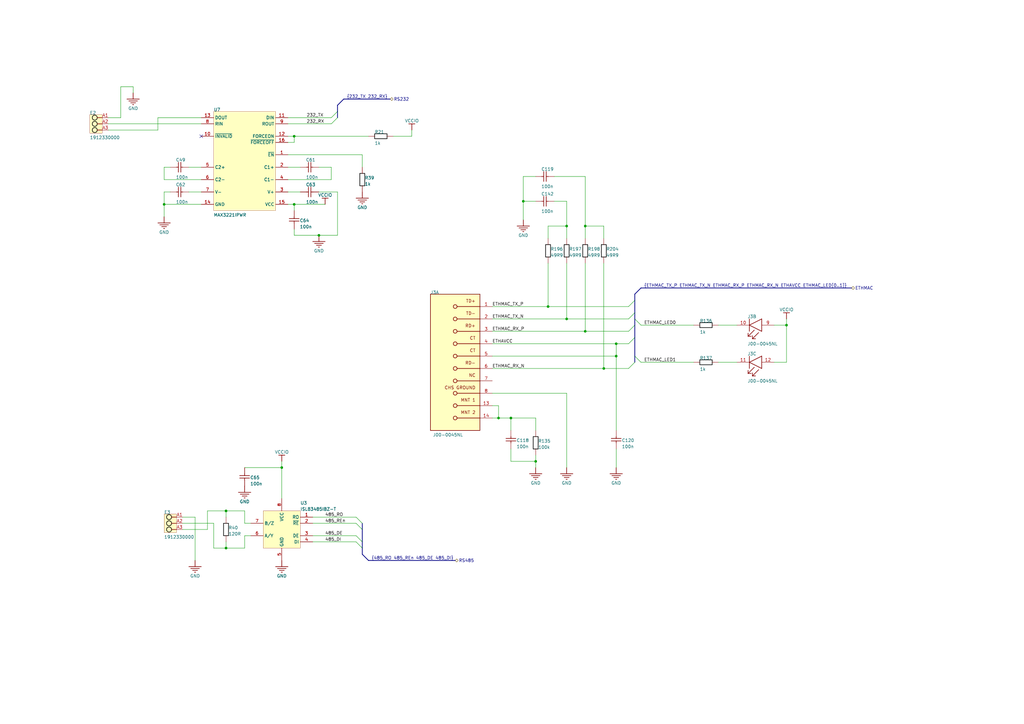
<source format=kicad_sch>
(kicad_sch (version 20231120) (generator "eeschema") (generator_version "8.0")
  (paper "A3")
  (title_block (title "<Enter Sheet Title>"))
  (lib_symbols
    (symbol "SONATA-ONE-symbols:GND_POWER_GROUND" (power)
      (property "Reference" "#PWR" (at 0 0 0))
      (property "Value" "GND" (at 0 6.35 0))
      (symbol "GND_POWER_GROUND_0_0"
        (polyline (pts (xy -2.54 -2.54) (xy 2.54 -2.54)) (stroke (width 0.254)))
        (polyline (pts (xy -1.778 -3.302) (xy 1.778 -3.302)) (stroke (width 0.254)))
        (polyline (pts (xy -1.016 -4.064) (xy 1.016 -4.064)) (stroke (width 0.254)))
        (polyline (pts (xy -0.254 -4.826) (xy 0.254 -4.826)) (stroke (width 0.254)))
        (polyline (pts (xy 0 0) (xy 0 -2.54)) (stroke (width 0.254)))
        (pin power_in line (at 0 0 0) (length 0) hide (name "GND") (number ""))
      )
    )
    (symbol "SONATA-ONE-symbols:VCCIO_BAR" (power)
      (property "Reference" "#PWR" (at 0 0 0))
      (property "Value" "VCCIO" (at 0 3.81 0))
      (symbol "VCCIO_BAR_0_0"
        (polyline (pts (xy -1.27 -2.54) (xy 1.27 -2.54)) (stroke (width 0.254)))
        (polyline (pts (xy 0 0) (xy 0 -2.54)) (stroke (width 0.254)))
        (pin power_in line (at 0 0 0) (length 0) hide (name "VCCIO") (number ""))
      )
    )
    (symbol "SONATA-ONE-symbols:root_0_9e414223d7443300137682b695b44b7"
      (symbol "root_0_9e414223d7443300137682b695b44b7_1_0"
        (circle (center -15.24 -45.72) (radius 0.762) (stroke (width 0.254)))
        (circle (center -15.24 -40.64) (radius 0.762) (stroke (width 0.254)))
        (circle (center -15.24 -35.56) (radius 0.762) (stroke (width 0.254)))
        (circle (center -15.24 -30.48) (radius 0.762) (stroke (width 0.254)))
        (circle (center -15.24 -25.4) (radius 0.762) (stroke (width 0.254)))
        (circle (center -15.24 -20.32) (radius 0.762) (stroke (width 0.254)))
        (circle (center -15.24 -15.24) (radius 0.762) (stroke (width 0.254)))
        (circle (center -15.24 -10.16) (radius 0.762) (stroke (width 0.254)))
        (circle (center -15.24 -5.08) (radius 0.762) (stroke (width 0.254)))
        (circle (center -15.24 0) (radius 0.762) (stroke (width 0.254)))
        (rectangle (start -5.08 5.08) (end -25.4 -50.8) (stroke (width 0.254) (color 128 0 0 1)) (fill (type background)))
        (polyline (pts (xy -14.478 -45.72) (xy -5.08 -45.72)) (stroke (width 0.254)))
        (polyline (pts (xy -14.478 -40.64) (xy -5.08 -40.64)) (stroke (width 0.254)))
        (polyline (pts (xy -14.478 -35.56) (xy -5.08 -35.56)) (stroke (width 0.254)))
        (polyline (pts (xy -14.478 -30.48) (xy -5.08 -30.48)) (stroke (width 0.254)))
        (polyline (pts (xy -14.478 -25.4) (xy -5.08 -25.4)) (stroke (width 0.254)))
        (polyline (pts (xy -14.478 -20.32) (xy -5.08 -20.32)) (stroke (width 0.254)))
        (polyline (pts (xy -14.478 -15.24) (xy -5.08 -15.24)) (stroke (width 0.254)))
        (polyline (pts (xy -14.478 -10.16) (xy -5.08 -10.16)) (stroke (width 0.254)))
        (polyline (pts (xy -14.478 -5.08) (xy -5.08 -5.08)) (stroke (width 0.254)))
        (polyline (pts (xy -14.478 0) (xy -5.08 0)) (stroke (width 0.254)))
        (text "CHS GROUND" (at -6.858 -32.512 0) (effects (font (size 1.27 1.27)) (justify right top)))
        (text "CT" (at -6.858 -17.272 0) (effects (font (size 1.27 1.27)) (justify right top)))
        (text "CT" (at -6.858 -12.192 0) (effects (font (size 1.27 1.27)) (justify right top)))
        (text "MNT 1" (at -6.858 -37.592 0) (effects (font (size 1.27 1.27)) (justify right top)))
        (text "MNT 2" (at -6.858 -42.672 0) (effects (font (size 1.27 1.27)) (justify right top)))
        (text "NC" (at -6.858 -27.432 0) (effects (font (size 1.27 1.27)) (justify right top)))
        (text "RD+" (at -6.858 -7.112 0) (effects (font (size 1.27 1.27)) (justify right top)))
        (text "RD-" (at -6.858 -22.352 0) (effects (font (size 1.27 1.27)) (justify right top)))
        (text "TD+" (at -6.858 3.048 0) (effects (font (size 1.27 1.27)) (justify right top)))
        (text "TD-" (at -6.858 -2.032 0) (effects (font (size 1.27 1.27)) (justify right top)))
        (pin passive line (at 0 0 180) (length 5.08) (name "TD+") (number "1"))
        (pin passive line (at 0 -40.64 180) (length 5.08) (name "MNT_1") (number "13"))
        (pin passive line (at 0 -45.72 180) (length 5.08) (name "MNT_2") (number "14"))
        (pin passive line (at 0 -5.08 180) (length 5.08) (name "TD-") (number "2"))
        (pin passive line (at 0 -10.16 180) (length 5.08) (name "RD+") (number "3"))
        (pin passive line (at 0 -15.24 180) (length 5.08) (name "CT") (number "4"))
        (pin passive line (at 0 -20.32 180) (length 5.08) (name "CT") (number "5"))
        (pin passive line (at 0 -25.4 180) (length 5.08) (name "RD-") (number "6"))
        (pin passive line (at 0 -30.48 180) (length 5.08) (name "NC") (number "7"))
        (pin passive line (at 0 -35.56 180) (length 5.08) (name "CHS_GROUND") (number "8"))
      )
      (symbol "root_0_9e414223d7443300137682b695b44b7_2_0"
        (polyline (pts (xy 5.08 -2.54) (xy 10.16 0)) (stroke (width 0.254)))
        (polyline (pts (xy 5.08 2.54) (xy 5.08 -2.54)) (stroke (width 0.254)))
        (polyline (pts (xy 5.08 2.54) (xy 10.16 0)) (stroke (width 0.254)))
        (polyline (pts (xy 6.35 3.048) (xy 8.89 5.588)) (stroke (width 0.254)))
        (polyline (pts (xy 8.128 2.032) (xy 10.668 4.572)) (stroke (width 0.254)))
        (polyline (pts (xy 8.89 5.588) (xy 7.62 5.588)) (stroke (width 0.254)))
        (polyline (pts (xy 8.89 5.588) (xy 8.89 4.318)) (stroke (width 0.254)))
        (polyline (pts (xy 10.16 2.54) (xy 10.16 -2.54)) (stroke (width 0.254)))
        (polyline (pts (xy 10.668 4.572) (xy 9.398 4.572)) (stroke (width 0.254)))
        (polyline (pts (xy 10.668 4.572) (xy 10.668 3.302)) (stroke (width 0.254)))
        (pin passive line (at 15.24 0 180) (length 5.08) (name "GREEN_C") (number "10"))
        (pin passive line (at 0 0 0) (length 5.08) (name "GREEN_A") (number "9"))
      )
      (symbol "root_0_9e414223d7443300137682b695b44b7_3_0"
        (polyline (pts (xy 5.08 -2.54) (xy 10.16 0)) (stroke (width 0.254)))
        (polyline (pts (xy 5.08 2.54) (xy 5.08 -2.54)) (stroke (width 0.254)))
        (polyline (pts (xy 5.08 2.54) (xy 10.16 0)) (stroke (width 0.254)))
        (polyline (pts (xy 6.35 3.048) (xy 8.89 5.588)) (stroke (width 0.254)))
        (polyline (pts (xy 8.128 2.032) (xy 10.668 4.572)) (stroke (width 0.254)))
        (polyline (pts (xy 8.89 5.588) (xy 7.62 5.588)) (stroke (width 0.254)))
        (polyline (pts (xy 8.89 5.588) (xy 8.89 4.318)) (stroke (width 0.254)))
        (polyline (pts (xy 10.16 2.54) (xy 10.16 -2.54)) (stroke (width 0.254)))
        (polyline (pts (xy 10.668 4.572) (xy 9.398 4.572)) (stroke (width 0.254)))
        (polyline (pts (xy 10.668 4.572) (xy 10.668 3.302)) (stroke (width 0.254)))
        (pin passive line (at 15.24 0 180) (length 5.08) (name "YELLOW_CATHODE") (number "11"))
        (pin passive line (at 0 0 0) (length 5.08) (name "YELLOW_ANODE") (number "12"))
      )
    )
    (symbol "SONATA-ONE-symbols:root_0_CAP"
      (symbol "root_0_CAP_1_0"
        (polyline (pts (xy -2.032 1.778) (xy 2.032 1.778)) (stroke (width 0.254)))
        (polyline (pts (xy 0 0) (xy 0 0.762)) (stroke (width 0.254)))
        (polyline (pts (xy 0 2.54) (xy 0 1.778)) (stroke (width 0.254)))
        (polyline (pts (xy 2.032 0.762) (xy -2.032 0.762)) (stroke (width 0.254)))
        (pin passive line (at 0 5.08 270) (length 2.54) (name "1") (number "1"))
        (pin passive line (at 0 -2.54 90) (length 2.54) (name "2") (number "2"))
      )
    )
    (symbol "SONATA-ONE-symbols:root_0_RES-EU"
      (symbol "root_0_RES-EU_1_0"
        (rectangle (start 1.016 2.54) (end -1.016 -2.54) (stroke (width 0.254) (color 0 0 0 1)))
        (pin passive line (at 0 5.08 270) (length 2.54) (name "1") (number "1"))
        (pin passive line (at 0 -5.08 90) (length 2.54) (name "2") (number "2"))
      )
    )
    (symbol "SONATA-ONE-symbols:root_0_Terminal_03_1x03_0"
      (symbol "root_0_Terminal_03_1x03_0_1_0"
        (circle (center -3.048 -5.08) (radius 1.016) (stroke (width 0.254) (color 0 0 0 1)))
        (circle (center -3.048 -2.54) (radius 1.016) (stroke (width 0.254) (color 0 0 0 1)))
        (circle (center -3.048 0) (radius 1.016) (stroke (width 0.254) (color 0 0 0 1)))
        (polyline (pts (xy 0 -5.08) (xy -2.032 -5.08)) (stroke (width 0.254)))
        (polyline (pts (xy 0 -2.54) (xy -2.032 -2.54)) (stroke (width 0.254)))
        (polyline (pts (xy 0 0) (xy -2.032 0)) (stroke (width 0.254)))
        (rectangle (start 0 1.27) (end -5.08 -6.35) (stroke (width 0.0254) (color 128 0 0 1)) (fill (type background)))
        (pin passive line (at 2.54 0 180) (length 2.54) (name "A1") (number "A1"))
        (pin passive line (at 2.54 -2.54 180) (length 2.54) (name "A2") (number "A2"))
        (pin passive line (at 2.54 -5.08 180) (length 2.54) (name "A3") (number "A3"))
      )
    )
    (symbol "SONATA-ONE-symbols:root_0_mirrored_CAP"
      (symbol "root_0_mirrored_CAP_1_0"
        (polyline (pts (xy -2.032 0.762) (xy 2.032 0.762)) (stroke (width 0.254)))
        (polyline (pts (xy 0 0) (xy 0 0.762)) (stroke (width 0.254)))
        (polyline (pts (xy 0 2.54) (xy 0 1.778)) (stroke (width 0.254)))
        (polyline (pts (xy 2.032 1.778) (xy -2.032 1.778)) (stroke (width 0.254)))
        (pin passive line (at 0 5.08 270) (length 2.54) (name "1") (number "1"))
        (pin passive line (at 0 -2.54 90) (length 2.54) (name "2") (number "2"))
      )
    )
    (symbol "SONATA-ONE-symbols:root_0_mirrored_ISL32458E"
      (symbol "root_0_mirrored_ISL32458E_1_0"
        (rectangle (start 7.62 7.62) (end -7.62 -7.62) (stroke (width 0.0254) (color 128 0 0 1)) (fill (type background)))
        (pin output line (at 12.7 5.08 180) (length 5.08) (name "RO") (number "1"))
        (pin input line (at 12.7 2.54 180) (length 5.08) (name "~{RE}") (number "2"))
        (pin input line (at 12.7 -2.54 180) (length 5.08) (name "DE") (number "3"))
        (pin input line (at 12.7 -5.08 180) (length 5.08) (name "DI") (number "4"))
        (pin power_in line (at 0 -12.7 90) (length 5.08) (name "GND") (number "5"))
        (pin bidirectional line (at -12.7 -2.54 0) (length 5.08) (name "A/Y") (number "6"))
        (pin bidirectional line (at -12.7 2.54 0) (length 5.08) (name "B/Z") (number "7"))
        (pin power_in line (at 0 12.7 270) (length 5.08) (name "VCC") (number "8"))
      )
    )
    (symbol "SONATA-ONE-symbols:root_0_mirrored_RES-EU"
      (symbol "root_0_mirrored_RES-EU_1_0"
        (rectangle (start 1.016 2.54) (end -1.016 -2.54) (stroke (width 0.254) (color 0 0 0 1)))
        (pin passive line (at 0 5.08 270) (length 2.54) (name "1") (number "1"))
        (pin passive line (at 0 -5.08 90) (length 2.54) (name "2") (number "2"))
      )
    )
    (symbol "SONATA-ONE-symbols:root_0_mirrored_TI-MAX3221-TSSOP_PW-16"
      (symbol "root_0_mirrored_TI-MAX3221-TSSOP_PW-16_1_0"
        (rectangle (start 0 0) (end -25.4 -40.64) (stroke (width 0.0254) (color 128 0 0 1)) (fill (type background)))
        (pin input line (at 5.08 -17.78 180) (length 5.08) (name "~{EN}") (number "1"))
        (pin output line (at -30.48 -10.16 0) (length 5.08) (name "~{INVALID}") (number "10"))
        (pin input line (at 5.08 -2.54 180) (length 5.08) (name "DIN") (number "11"))
        (pin input line (at 5.08 -10.16 180) (length 5.08) (name "FORCEON") (number "12"))
        (pin tri_state line (at -30.48 -2.54 0) (length 5.08) (name "DOUT") (number "13"))
        (pin power_in line (at -30.48 -38.1 0) (length 5.08) (name "GND") (number "14"))
        (pin power_in line (at 5.08 -38.1 180) (length 5.08) (name "VCC") (number "15"))
        (pin input line (at 5.08 -12.7 180) (length 5.08) (name "~{FORCEOFF}") (number "16"))
        (pin passive line (at 5.08 -22.86 180) (length 5.08) (name "C1+") (number "2"))
        (pin power_in line (at 5.08 -33.02 180) (length 5.08) (name "V+") (number "3"))
        (pin passive line (at 5.08 -27.94 180) (length 5.08) (name "C1-") (number "4"))
        (pin passive line (at -30.48 -22.86 0) (length 5.08) (name "C2+") (number "5"))
        (pin passive line (at -30.48 -27.94 0) (length 5.08) (name "C2-") (number "6"))
        (pin power_in line (at -30.48 -33.02 0) (length 5.08) (name "V-") (number "7"))
        (pin input line (at -30.48 -5.08 0) (length 5.08) (name "RIN") (number "8"))
        (pin tri_state line (at 5.08 -5.08 180) (length 5.08) (name "ROUT") (number "9"))
      )
    )
    (symbol "SONATA-ONE-symbols:root_1_mirrored_CAP"
      (symbol "root_1_mirrored_CAP_1_0"
        (polyline (pts (xy 0 0) (xy 0.762 0)) (stroke (width 0.254)))
        (polyline (pts (xy 0.762 2.032) (xy 0.762 -2.032)) (stroke (width 0.254)))
        (polyline (pts (xy 1.778 -2.032) (xy 1.778 2.032)) (stroke (width 0.254)))
        (polyline (pts (xy 2.54 0) (xy 1.778 0)) (stroke (width 0.254)))
        (pin passive line (at 5.08 0 180) (length 2.54) (name "1") (number "1"))
        (pin passive line (at -2.54 0 0) (length 2.54) (name "2") (number "2"))
      )
    )
    (symbol "SONATA-ONE-symbols:root_2_9e414223d7443300137682b695b44b7"
      (symbol "root_2_9e414223d7443300137682b695b44b7_1_0"
        (polyline (pts (xy 14.478 0) (xy 5.08 0)) (stroke (width 0.254)))
        (polyline (pts (xy 14.478 5.08) (xy 5.08 5.08)) (stroke (width 0.254)))
        (polyline (pts (xy 14.478 10.16) (xy 5.08 10.16)) (stroke (width 0.254)))
        (polyline (pts (xy 14.478 15.24) (xy 5.08 15.24)) (stroke (width 0.254)))
        (polyline (pts (xy 14.478 20.32) (xy 5.08 20.32)) (stroke (width 0.254)))
        (polyline (pts (xy 14.478 25.4) (xy 5.08 25.4)) (stroke (width 0.254)))
        (polyline (pts (xy 14.478 30.48) (xy 5.08 30.48)) (stroke (width 0.254)))
        (polyline (pts (xy 14.478 35.56) (xy 5.08 35.56)) (stroke (width 0.254)))
        (polyline (pts (xy 14.478 40.64) (xy 5.08 40.64)) (stroke (width 0.254)))
        (polyline (pts (xy 14.478 45.72) (xy 5.08 45.72)) (stroke (width 0.254)))
        (circle (center 15.24 0) (radius 0.762) (stroke (width 0.254)))
        (circle (center 15.24 5.08) (radius 0.762) (stroke (width 0.254)))
        (circle (center 15.24 10.16) (radius 0.762) (stroke (width 0.254)))
        (circle (center 15.24 15.24) (radius 0.762) (stroke (width 0.254)))
        (circle (center 15.24 20.32) (radius 0.762) (stroke (width 0.254)))
        (circle (center 15.24 25.4) (radius 0.762) (stroke (width 0.254)))
        (circle (center 15.24 30.48) (radius 0.762) (stroke (width 0.254)))
        (circle (center 15.24 35.56) (radius 0.762) (stroke (width 0.254)))
        (circle (center 15.24 40.64) (radius 0.762) (stroke (width 0.254)))
        (circle (center 15.24 45.72) (radius 0.762) (stroke (width 0.254)))
        (rectangle (start 25.4 50.8) (end 5.08 -5.08) (stroke (width 0.254) (color 128 0 0 1)) (fill (type background)))
        (text "CHS GROUND" (at 6.858 32.512 0) (effects (font (size 1.27 1.27)) (justify left bottom)))
        (text "CT" (at 6.858 12.192 0) (effects (font (size 1.27 1.27)) (justify left bottom)))
        (text "CT" (at 6.858 17.272 0) (effects (font (size 1.27 1.27)) (justify left bottom)))
        (text "MNT 1" (at 6.858 37.592 0) (effects (font (size 1.27 1.27)) (justify left bottom)))
        (text "MNT 2" (at 6.858 42.672 0) (effects (font (size 1.27 1.27)) (justify left bottom)))
        (text "NC" (at 6.858 27.432 0) (effects (font (size 1.27 1.27)) (justify left bottom)))
        (text "RD+" (at 6.858 7.112 0) (effects (font (size 1.27 1.27)) (justify left bottom)))
        (text "RD-" (at 6.858 22.352 0) (effects (font (size 1.27 1.27)) (justify left bottom)))
        (text "TD+" (at 6.858 -3.048 0) (effects (font (size 1.27 1.27)) (justify left bottom)))
        (text "TD-" (at 6.858 2.032 0) (effects (font (size 1.27 1.27)) (justify left bottom)))
        (pin passive line (at 0 0 0) (length 5.08) (name "TD+") (number "1"))
        (pin passive line (at 0 40.64 0) (length 5.08) (name "MNT_1") (number "13"))
        (pin passive line (at 0 45.72 0) (length 5.08) (name "MNT_2") (number "14"))
        (pin passive line (at 0 5.08 0) (length 5.08) (name "TD-") (number "2"))
        (pin passive line (at 0 10.16 0) (length 5.08) (name "RD+") (number "3"))
        (pin passive line (at 0 15.24 0) (length 5.08) (name "CT") (number "4"))
        (pin passive line (at 0 20.32 0) (length 5.08) (name "CT") (number "5"))
        (pin passive line (at 0 25.4 0) (length 5.08) (name "RD-") (number "6"))
        (pin passive line (at 0 30.48 0) (length 5.08) (name "NC") (number "7"))
        (pin passive line (at 0 35.56 0) (length 5.08) (name "CHS_GROUND") (number "8"))
      )
      (symbol "root_2_9e414223d7443300137682b695b44b7_2_0"
        (polyline (pts (xy -10.668 -4.572) (xy -10.668 -3.302)) (stroke (width 0.254)))
        (polyline (pts (xy -10.668 -4.572) (xy -9.398 -4.572)) (stroke (width 0.254)))
        (polyline (pts (xy -10.16 -2.54) (xy -10.16 2.54)) (stroke (width 0.254)))
        (polyline (pts (xy -8.89 -5.588) (xy -8.89 -4.318)) (stroke (width 0.254)))
        (polyline (pts (xy -8.89 -5.588) (xy -7.62 -5.588)) (stroke (width 0.254)))
        (polyline (pts (xy -8.128 -2.032) (xy -10.668 -4.572)) (stroke (width 0.254)))
        (polyline (pts (xy -6.35 -3.048) (xy -8.89 -5.588)) (stroke (width 0.254)))
        (polyline (pts (xy -5.08 -2.54) (xy -10.16 0)) (stroke (width 0.254)))
        (polyline (pts (xy -5.08 -2.54) (xy -5.08 2.54)) (stroke (width 0.254)))
        (polyline (pts (xy -5.08 2.54) (xy -10.16 0)) (stroke (width 0.254)))
        (pin passive line (at -15.24 0 0) (length 5.08) (name "GREEN_C") (number "10"))
        (pin passive line (at 0 0 180) (length 5.08) (name "GREEN_A") (number "9"))
      )
      (symbol "root_2_9e414223d7443300137682b695b44b7_3_0"
        (polyline (pts (xy -10.668 -4.572) (xy -10.668 -3.302)) (stroke (width 0.254)))
        (polyline (pts (xy -10.668 -4.572) (xy -9.398 -4.572)) (stroke (width 0.254)))
        (polyline (pts (xy -10.16 -2.54) (xy -10.16 2.54)) (stroke (width 0.254)))
        (polyline (pts (xy -8.89 -5.588) (xy -8.89 -4.318)) (stroke (width 0.254)))
        (polyline (pts (xy -8.89 -5.588) (xy -7.62 -5.588)) (stroke (width 0.254)))
        (polyline (pts (xy -8.128 -2.032) (xy -10.668 -4.572)) (stroke (width 0.254)))
        (polyline (pts (xy -6.35 -3.048) (xy -8.89 -5.588)) (stroke (width 0.254)))
        (polyline (pts (xy -5.08 -2.54) (xy -10.16 0)) (stroke (width 0.254)))
        (polyline (pts (xy -5.08 -2.54) (xy -5.08 2.54)) (stroke (width 0.254)))
        (polyline (pts (xy -5.08 2.54) (xy -10.16 0)) (stroke (width 0.254)))
        (pin passive line (at -15.24 0 0) (length 5.08) (name "YELLOW_CATHODE") (number "11"))
        (pin passive line (at 0 0 180) (length 5.08) (name "YELLOW_ANODE") (number "12"))
      )
    )
    (symbol "SONATA-ONE-symbols:root_2_mirrored_CAP"
      (symbol "root_2_mirrored_CAP_1_0"
        (polyline (pts (xy -2.032 -1.778) (xy 2.032 -1.778)) (stroke (width 0.254)))
        (polyline (pts (xy 0 -2.54) (xy 0 -1.778)) (stroke (width 0.254)))
        (polyline (pts (xy 0 0) (xy 0 -0.762)) (stroke (width 0.254)))
        (polyline (pts (xy 2.032 -0.762) (xy -2.032 -0.762)) (stroke (width 0.254)))
        (pin passive line (at 0 -5.08 90) (length 2.54) (name "1") (number "1"))
        (pin passive line (at 0 2.54 270) (length 2.54) (name "2") (number "2"))
      )
    )
    (symbol "SONATA-ONE-symbols:root_3_mirrored_CAP"
      (symbol "root_3_mirrored_CAP_1_0"
        (polyline (pts (xy -2.54 0) (xy -1.778 0)) (stroke (width 0.254)))
        (polyline (pts (xy -1.778 2.032) (xy -1.778 -2.032)) (stroke (width 0.254)))
        (polyline (pts (xy -0.762 -2.032) (xy -0.762 2.032)) (stroke (width 0.254)))
        (polyline (pts (xy 0 0) (xy -0.762 0)) (stroke (width 0.254)))
        (pin passive line (at -5.08 0 0) (length 2.54) (name "1") (number "1"))
        (pin passive line (at 2.54 0 180) (length 2.54) (name "2") (number "2"))
      )
    )
    (symbol "SONATA-ONE-symbols:root_3_mirrored_RES-EU"
      (symbol "root_3_mirrored_RES-EU_1_0"
        (rectangle (start 2.54 1.016) (end -2.54 -1.016) (stroke (width 0.254) (color 0 0 0 1)))
        (pin passive line (at -5.08 0 0) (length 2.54) (name "1") (number "1"))
        (pin passive line (at 5.08 0 180) (length 2.54) (name "2") (number "2"))
      )
    )
  )
  (junction (at 120.65 55.88))
  (junction (at 252.73 146.05))
  (junction (at 130.81 96.52))
  (junction (at 209.55 171.45))
  (junction (at 247.65 151.13))
  (junction (at 252.73 140.97))
  (junction (at 120.65 83.82))
  (junction (at 232.41 92.71))
  (junction (at 232.41 130.81))
  (junction (at 240.03 135.89))
  (junction (at 92.71 224.79))
  (junction (at 67.31 83.82))
  (junction (at 92.71 209.55))
  (junction (at 240.03 92.71))
  (junction (at 115.57 191.77))
  (junction (at 224.79 125.73))
  (junction (at 219.71 189.23))
  (junction (at 214.63 82.55))
  (junction (at 204.47 171.45))
  (junction (at 322.58 133.35))
  (no_connect (at 82.55 55.88))
  (bus_entry (at 135.89 48.26) (size 2.54 -2.54))
  (bus_entry (at 257.81 151.13) (size 2.54 -2.54))
  (bus_entry (at 257.81 125.73) (size 2.54 -2.54))
  (bus_entry (at 257.81 135.89) (size 2.54 -2.54))
  (bus_entry (at 146.05 219.71) (size 2.54 2.54))
  (bus_entry (at 262.89 133.35) (size -2.54 -2.54))
  (bus_entry (at 146.05 214.63) (size 2.54 2.54))
  (bus_entry (at 257.81 140.97) (size 2.54 -2.54))
  (bus_entry (at 135.89 50.8) (size 2.54 -2.54))
  (bus_entry (at 257.81 130.81) (size 2.54 -2.54))
  (bus_entry (at 262.89 148.59) (size -2.54 -2.54))
  (bus_entry (at 146.05 222.25) (size 2.54 2.54))
  (bus_entry (at 146.05 212.09) (size 2.54 2.54))
  (wire (pts (xy 130.81 96.52) (xy 120.65 96.52)))
  (wire (pts (xy 240.03 92.71) (xy 247.65 92.71)))
  (wire (pts (xy 100.33 219.71) (xy 100.33 224.79)))
  (bus (pts (xy 260.35 128.27) (xy 260.35 123.19)))
  (wire (pts (xy 85.09 209.55) (xy 92.71 209.55)))
  (bus (pts (xy 260.35 146.05) (xy 260.35 138.43)))
  (wire (pts (xy 118.11 73.66) (xy 135.89 73.66)))
  (wire (pts (xy 102.87 219.71) (xy 100.33 219.71)))
  (wire (pts (xy 138.43 96.52) (xy 130.81 96.52)))
  (wire (pts (xy 219.71 171.45) (xy 219.71 176.53)))
  (wire (pts (xy 252.73 146.05) (xy 252.73 176.53)))
  (wire (pts (xy 120.65 96.52) (xy 120.65 93.98)))
  (bus (pts (xy 148.59 227.33) (xy 151.13 229.87)))
  (bus (pts (xy 138.43 45.72) (xy 138.43 43.18)))
  (wire (pts (xy 67.31 83.82) (xy 67.31 88.9)))
  (wire (pts (xy 201.93 151.13) (xy 247.65 151.13)))
  (wire (pts (xy 204.47 166.37) (xy 204.47 171.45)))
  (wire (pts (xy 67.31 78.74) (xy 67.31 83.82)))
  (wire (pts (xy 240.03 97.79) (xy 240.03 92.71)))
  (wire (pts (xy 322.58 148.59) (xy 317.5 148.59)))
  (wire (pts (xy 209.55 171.45) (xy 209.55 176.53)))
  (wire (pts (xy 224.79 97.79) (xy 224.79 92.71)))
  (wire (pts (xy 120.65 55.88) (xy 118.11 55.88)))
  (wire (pts (xy 67.31 73.66) (xy 67.31 68.58)))
  (wire (pts (xy 64.77 48.26) (xy 82.55 48.26)))
  (wire (pts (xy 54.61 35.56) (xy 54.61 38.1)))
  (wire (pts (xy 214.63 72.39) (xy 219.71 72.39)))
  (wire (pts (xy 138.43 78.74) (xy 138.43 96.52)))
  (wire (pts (xy 201.93 161.29) (xy 232.41 161.29)))
  (wire (pts (xy 240.03 135.89) (xy 257.81 135.89)))
  (wire (pts (xy 118.11 48.26) (xy 135.89 48.26)))
  (wire (pts (xy 128.27 214.63) (xy 146.05 214.63)))
  (wire (pts (xy 201.93 135.89) (xy 240.03 135.89)))
  (wire (pts (xy 240.03 135.89) (xy 240.03 107.95)))
  (wire (pts (xy 201.93 146.05) (xy 252.73 146.05)))
  (wire (pts (xy 257.81 140.97) (xy 252.73 140.97)))
  (bus (pts (xy 260.35 148.59) (xy 260.35 146.05)))
  (wire (pts (xy 262.89 148.59) (xy 284.48 148.59)))
  (bus (pts (xy 260.35 130.81) (xy 260.35 128.27)))
  (wire (pts (xy 82.55 78.74) (xy 77.47 78.74)))
  (bus (pts (xy 260.35 120.65) (xy 262.89 118.11)))
  (wire (pts (xy 120.65 58.42) (xy 120.65 55.88)))
  (wire (pts (xy 100.33 191.77) (xy 115.57 191.77)))
  (wire (pts (xy 120.65 86.36) (xy 120.65 83.82)))
  (wire (pts (xy 168.91 55.88) (xy 168.91 53.34)))
  (wire (pts (xy 227.33 82.55) (xy 232.41 82.55)))
  (wire (pts (xy 120.65 83.82) (xy 133.35 83.82)))
  (wire (pts (xy 219.71 186.69) (xy 219.71 189.23)))
  (wire (pts (xy 100.33 209.55) (xy 92.71 209.55)))
  (wire (pts (xy 128.27 219.71) (xy 146.05 219.71)))
  (wire (pts (xy 151.13 55.88) (xy 120.65 55.88)))
  (wire (pts (xy 44.45 48.26) (xy 49.53 48.26)))
  (wire (pts (xy 82.55 73.66) (xy 67.31 73.66)))
  (wire (pts (xy 219.71 189.23) (xy 209.55 189.23)))
  (wire (pts (xy 252.73 184.15) (xy 252.73 191.77)))
  (wire (pts (xy 118.11 58.42) (xy 120.65 58.42)))
  (wire (pts (xy 204.47 171.45) (xy 209.55 171.45)))
  (bus (pts (xy 140.97 40.64) (xy 160.02 40.64)))
  (wire (pts (xy 302.26 133.35) (xy 294.64 133.35)))
  (wire (pts (xy 161.29 55.88) (xy 168.91 55.88)))
  (wire (pts (xy 67.31 68.58) (xy 69.85 68.58)))
  (wire (pts (xy 49.53 35.56) (xy 54.61 35.56)))
  (wire (pts (xy 232.41 130.81) (xy 257.81 130.81)))
  (wire (pts (xy 44.45 53.34) (xy 64.77 53.34)))
  (bus (pts (xy 148.59 214.63) (xy 148.59 217.17)))
  (wire (pts (xy 232.41 82.55) (xy 232.41 92.71)))
  (wire (pts (xy 135.89 73.66) (xy 135.89 68.58)))
  (wire (pts (xy 227.33 72.39) (xy 240.03 72.39)))
  (wire (pts (xy 64.77 53.34) (xy 64.77 48.26)))
  (wire (pts (xy 232.41 92.71) (xy 232.41 97.79)))
  (wire (pts (xy 115.57 204.47) (xy 115.57 191.77)))
  (wire (pts (xy 44.45 50.8) (xy 82.55 50.8)))
  (wire (pts (xy 302.26 148.59) (xy 294.64 148.59)))
  (bus (pts (xy 262.89 118.11) (xy 349.25 118.11)))
  (wire (pts (xy 118.11 78.74) (xy 123.19 78.74)))
  (wire (pts (xy 201.93 171.45) (xy 204.47 171.45)))
  (bus (pts (xy 138.43 43.18) (xy 140.97 40.64)))
  (wire (pts (xy 148.59 63.5) (xy 148.59 68.58)))
  (wire (pts (xy 247.65 151.13) (xy 257.81 151.13)))
  (wire (pts (xy 224.79 125.73) (xy 224.79 107.95)))
  (wire (pts (xy 252.73 140.97) (xy 252.73 146.05)))
  (wire (pts (xy 201.93 140.97) (xy 252.73 140.97)))
  (wire (pts (xy 224.79 125.73) (xy 257.81 125.73)))
  (wire (pts (xy 100.33 224.79) (xy 92.71 224.79)))
  (wire (pts (xy 87.63 214.63) (xy 87.63 224.79)))
  (wire (pts (xy 69.85 78.74) (xy 67.31 78.74)))
  (wire (pts (xy 214.63 82.55) (xy 214.63 90.17)))
  (bus (pts (xy 260.35 133.35) (xy 260.35 130.81)))
  (wire (pts (xy 322.58 133.35) (xy 322.58 148.59)))
  (wire (pts (xy 49.53 48.26) (xy 49.53 35.56)))
  (wire (pts (xy 240.03 72.39) (xy 240.03 92.71)))
  (wire (pts (xy 128.27 212.09) (xy 146.05 212.09)))
  (bus (pts (xy 151.13 229.87) (xy 186.69 229.87)))
  (wire (pts (xy 123.19 68.58) (xy 118.11 68.58)))
  (wire (pts (xy 232.41 161.29) (xy 232.41 191.77)))
  (wire (pts (xy 322.58 133.35) (xy 317.5 133.35)))
  (wire (pts (xy 118.11 50.8) (xy 135.89 50.8)))
  (wire (pts (xy 115.57 191.77) (xy 115.57 189.23)))
  (wire (pts (xy 214.63 82.55) (xy 214.63 72.39)))
  (wire (pts (xy 80.01 212.09) (xy 80.01 229.87)))
  (wire (pts (xy 135.89 68.58) (xy 130.81 68.58)))
  (wire (pts (xy 247.65 92.71) (xy 247.65 97.79)))
  (wire (pts (xy 74.93 214.63) (xy 87.63 214.63)))
  (bus (pts (xy 260.35 138.43) (xy 260.35 133.35)))
  (wire (pts (xy 130.81 78.74) (xy 138.43 78.74)))
  (wire (pts (xy 74.93 212.09) (xy 80.01 212.09)))
  (wire (pts (xy 201.93 130.81) (xy 232.41 130.81)))
  (wire (pts (xy 85.09 217.17) (xy 74.93 217.17)))
  (bus (pts (xy 138.43 48.26) (xy 138.43 45.72)))
  (wire (pts (xy 262.89 133.35) (xy 284.48 133.35)))
  (wire (pts (xy 224.79 92.71) (xy 232.41 92.71)))
  (wire (pts (xy 82.55 83.82) (xy 67.31 83.82)))
  (wire (pts (xy 247.65 151.13) (xy 247.65 107.95)))
  (wire (pts (xy 201.93 125.73) (xy 224.79 125.73)))
  (wire (pts (xy 128.27 222.25) (xy 146.05 222.25)))
  (bus (pts (xy 148.59 222.25) (xy 148.59 224.79)))
  (wire (pts (xy 92.71 209.55) (xy 92.71 212.09)))
  (wire (pts (xy 85.09 209.55) (xy 85.09 217.17)))
  (wire (pts (xy 100.33 214.63) (xy 100.33 209.55)))
  (wire (pts (xy 232.41 130.81) (xy 232.41 107.95)))
  (wire (pts (xy 219.71 189.23) (xy 219.71 191.77)))
  (wire (pts (xy 87.63 224.79) (xy 92.71 224.79)))
  (wire (pts (xy 209.55 171.45) (xy 219.71 171.45)))
  (wire (pts (xy 209.55 189.23) (xy 209.55 184.15)))
  (bus (pts (xy 148.59 224.79) (xy 148.59 227.33)))
  (bus (pts (xy 260.35 123.19) (xy 260.35 120.65)))
  (wire (pts (xy 82.55 68.58) (xy 77.47 68.58)))
  (wire (pts (xy 118.11 63.5) (xy 148.59 63.5)))
  (wire (pts (xy 118.11 83.82) (xy 120.65 83.82)))
  (wire (pts (xy 102.87 214.63) (xy 100.33 214.63)))
  (wire (pts (xy 92.71 224.79) (xy 92.71 222.25)))
  (wire (pts (xy 219.71 82.55) (xy 214.63 82.55)))
  (wire (pts (xy 201.93 166.37) (xy 204.47 166.37)))
  (wire (pts (xy 322.58 130.81) (xy 322.58 133.35)))
  (bus (pts (xy 148.59 217.17) (xy 148.59 222.25)))
  (label "485_DI" (at 133.35 222.25 0))
  (label "ETHMAC_TX_P" (at 201.93 125.73 0))
  (label "{232_TX 232_RX}" (at 142.24 40.64 0))
  (label "ETHMAC_LED1" (at 264.16 148.59 0))
  (label "ETHMAC_LED0" (at 264.16 133.35 0))
  (label "485_RO" (at 133.35 212.09 0))
  (label "232_TX" (at 125.73 48.26 0))
  (label "ETHMAC_RX_N" (at 201.93 151.13 0))
  (label "232_RX" (at 125.73 50.8 0))
  (label "485_DE" (at 133.35 219.71 0))
  (label "ETHAVCC" (at 201.93 140.97 0))
  (label "485_REn" (at 133.35 214.63 0))
  (label "ETHMAC_TX_N" (at 201.93 130.81 0))
  (label "{ETHMAC_TX_P ETHMAC_TX_N ETHMAC_RX_P ETHMAC_RX_N ETHAVCC ETHMAC_LED[0..1]}" (at 264.16 118.11 0))
  (label "{485_RO 485_REn 485_DE 485_DI}" (at 152.4 229.87 0))
  (label "ETHMAC_RX_P" (at 201.93 135.89 0))
  (hierarchical_label "RS485" (shape bidirectional) (at 186.69 229.87 0))
  (hierarchical_label "RS232" (shape bidirectional) (at 160.02 40.64 0))
  (hierarchical_label "ETHMAC" (shape bidirectional) (at 349.25 118.11 0))
  (symbol (lib_id "SONATA-ONE-symbols:GND_POWER_GROUND") (at 80.01 229.87 0) (unit 1)
    (property "Reference" "#PWR071" (effects (hide yes)))
    (property "Value" "GND" (at 80.01 236.22 0))
    (property "Description" "Power symbol creates a global label with name 'GND'" (effects (hide yes)))
  )
  (symbol (lib_id "SONATA-ONE-symbols:root_0_RES-EU") (at 240.03 102.87 0) (unit 1)
    (property "Reference" "R198" (at 241.046 102.87 0) (effects (justify left bottom)))
    (property "Value" "49R9" (at 241.046 105.41 0) (effects (justify left bottom)))
    (property "Footprint" "SONATA-ONE-LIBRARY:RESC2012X70N" (effects (hide yes)))
    (property "Description" "10k res, 0402, 1%, 1/16W" (effects (hide yes)))
    (property "MANUFACTURE PART NUMBER 1" "RC0805FR-0749R9L" (effects (hide yes)))
  )
  (symbol (lib_id "SONATA-ONE-symbols:root_0_RES-EU") (at 219.71 181.61 0) (unit 1)
    (property "Reference" "R135" (at 220.726 181.61 0) (effects (justify left bottom)))
    (property "Value" "100k" (at 220.726 184.15 0) (effects (justify left bottom)))
    (property "Footprint" "SONATA-ONE-LIBRARY:RESC1005X40N" (effects (hide yes)))
    (property "Description" "10k res, 0402, 1%, 1/16W" (effects (hide yes)))
    (property "MANUFACTURE PART NUMBER 1" "RC0402FR-07100KL" (effects (hide yes)))
  )
  (symbol (lib_id "SONATA-ONE-symbols:root_0_mirrored_CAP") (at 252.73 181.61 0) (unit 1)
    (property "Reference" "C120" (at 255.016 181.356 0) (effects (justify left bottom)))
    (property "Value" "100n" (at 255.016 183.896 0) (effects (justify left bottom)))
    (property "Footprint" "SONATA-ONE-LIBRARY:CAPC0402_M" (effects (hide yes)))
    (property "Description" "100n, 0402" (effects (hide yes)))
    (property "MANUFACTURE PART NUMBER 1" "CGA2B3X7R1V104K050BB" (effects (hide yes)))
  )
  (symbol (lib_id "SONATA-ONE-symbols:GND_POWER_GROUND") (at 115.57 229.87 0) (unit 1)
    (property "Reference" "#PWR076" (effects (hide yes)))
    (property "Value" "GND" (at 115.57 236.22 0))
    (property "Description" "Power symbol creates a global label with name 'GND'" (effects (hide yes)))
  )
  (symbol (lib_id "SONATA-ONE-symbols:root_2_9e414223d7443300137682b695b44b7") (at 317.5 148.59 0) (unit 3)
    (property "Reference" "J3" (at 306.578 145.796 0) (effects (justify left bottom)))
    (property "Value" "J00-0045NL" (at 306.578 156.972 0) (effects (justify left bottom)))
    (property "Footprint" "SONATA-ONE-LIBRARY:FP-J00-0045NL-MFG" (effects (hide yes)))
    (property "Description" "CONN JACK 1PORT 100 BASE-TX PCB" (effects (hide yes)))
  )
  (symbol (lib_id "SONATA-ONE-symbols:GND_POWER_GROUND") (at 100.33 199.39 0) (unit 1)
    (property "Reference" "#PWR074" (effects (hide yes)))
    (property "Value" "GND" (at 100.33 205.74 0))
    (property "Description" "Power symbol creates a global label with name 'GND'" (effects (hide yes)))
  )
  (symbol (lib_id "SONATA-ONE-symbols:root_0_9e414223d7443300137682b695b44b7") (at 201.93 125.73 0) (unit 1)
    (property "Reference" "J3" (at 176.53 120.65 0) (effects (justify left bottom)))
    (property "Value" "J00-0045NL" (at 177.546 179.07 0) (effects (justify left bottom)))
    (property "Footprint" "SONATA-ONE-LIBRARY:FP-J00-0045NL-MFG" (effects (hide yes)))
    (property "Description" "CONN JACK 1PORT 100 BASE-TX PCB" (effects (hide yes)))
  )
  (symbol (lib_id "SONATA-ONE-symbols:root_3_mirrored_RES-EU") (at 156.21 55.88 0) (unit 1)
    (property "Reference" "R21" (at 153.67 54.864 0) (effects (justify left bottom)))
    (property "Value" "1k" (at 153.67 59.436 0) (effects (justify left bottom)))
    (property "Footprint" "SONATA-ONE-LIBRARY:RESC1608X55N" (effects (hide yes)))
    (property "Description" "1k res, 0603, 1%, 1/10W" (effects (hide yes)))
    (property "MANUFACTURE PART NUMBER 1" "RC0603FR-071KL" (effects (hide yes)))
  )
  (symbol (lib_id "SONATA-ONE-symbols:GND_POWER_GROUND") (at 148.59 78.74 0) (unit 1)
    (property "Reference" "#PWR079" (effects (hide yes)))
    (property "Value" "GND" (at 148.59 85.09 0))
    (property "Description" "Power symbol creates a global label with name 'GND'" (effects (hide yes)))
  )
  (symbol (lib_id "SONATA-ONE-symbols:GND_POWER_GROUND") (at 219.71 191.77 0) (unit 1)
    (property "Reference" "#PWR083" (effects (hide yes)))
    (property "Value" "GND" (at 219.71 198.12 0))
    (property "Description" "Power symbol creates a global label with name 'GND'" (effects (hide yes)))
  )
  (symbol (lib_id "SONATA-ONE-symbols:VCCIO_BAR") (at 115.57 189.23 180) (unit 1)
    (property "Reference" "#PWR075" (effects (hide yes)))
    (property "Value" "VCCIO" (at 115.57 185.42 0))
    (property "Description" "Power symbol creates a global label with name 'VCCIO'" (effects (hide yes)))
  )
  (symbol (lib_id "SONATA-ONE-symbols:VCCIO_BAR") (at 168.91 53.34 180) (unit 1)
    (property "Reference" "#PWR080" (effects (hide yes)))
    (property "Value" "VCCIO" (at 168.91 49.53 0))
    (property "Description" "Power symbol creates a global label with name 'VCCIO'" (effects (hide yes)))
  )
  (symbol (lib_id "SONATA-ONE-symbols:root_0_mirrored_ISL32458E") (at 115.57 217.17 0) (unit 1)
    (property "Reference" "U3" (at 123.19 207.01 0) (effects (justify left bottom)))
    (property "Value" "ISL83485IBZ-T" (at 123.19 209.55 0) (effects (justify left bottom)))
    (property "Footprint" "SONATA-ONE-LIBRARY:SOIC8_NARROW" (effects (hide yes)))
    (property "Description" "IC TXRX RS422/RS485" (effects (hide yes)))
    (property "MANUFACTURE PART NUMBER 1" "ISL83485IBZ-T" (effects (hide yes)))
  )
  (symbol (lib_id "SONATA-ONE-symbols:root_0_Terminal_03_1x03_0") (at 72.39 212.09 0) (unit 1)
    (property "Reference" "E3" (at 67.31 210.82 0) (effects (justify left bottom)))
    (property "Value" "1912330000" (at 67.31 220.98 0) (effects (justify left bottom)))
    (property "Footprint" "SONATA-ONE-LIBRARY:PS_3_5_90_03" (effects (hide yes)))
    (property "Description" "OMNIMATE Signal - series PS" (effects (hide yes)))
  )
  (symbol (lib_id "SONATA-ONE-symbols:GND_POWER_GROUND") (at 252.73 191.77 0) (unit 1)
    (property "Reference" "#PWR085" (effects (hide yes)))
    (property "Value" "GND" (at 252.73 198.12 0))
    (property "Description" "Power symbol creates a global label with name 'GND'" (effects (hide yes)))
  )
  (symbol (lib_id "SONATA-ONE-symbols:root_0_RES-EU") (at 247.65 102.87 0) (unit 1)
    (property "Reference" "R204" (at 248.666 102.87 0) (effects (justify left bottom)))
    (property "Value" "49R9" (at 248.666 105.41 0) (effects (justify left bottom)))
    (property "Footprint" "SONATA-ONE-LIBRARY:RESC2012X70N" (effects (hide yes)))
    (property "Description" "10k res, 0402, 1%, 1/16W" (effects (hide yes)))
    (property "MANUFACTURE PART NUMBER 1" "RC0805FR-0749R9L" (effects (hide yes)))
  )
  (symbol (lib_id "SONATA-ONE-symbols:VCCIO_BAR") (at 133.35 83.82 180) (unit 1)
    (property "Reference" "#PWR078" (effects (hide yes)))
    (property "Value" "VCCIO" (at 133.35 80.01 0))
    (property "Description" "Power symbol creates a global label with name 'VCCIO'" (effects (hide yes)))
  )
  (symbol (lib_id "SONATA-ONE-symbols:root_0_mirrored_RES-EU") (at 148.59 73.66 0) (unit 1)
    (property "Reference" "R39" (at 149.606 73.66 0) (effects (justify left bottom)))
    (property "Value" "1k" (at 149.606 76.2 0) (effects (justify left bottom)))
    (property "Footprint" "SONATA-ONE-LIBRARY:RESC1608X55N" (effects (hide yes)))
    (property "Description" "1k res, 0603, 1%, 1/10W" (effects (hide yes)))
    (property "MANUFACTURE PART NUMBER 1" "RC0603FR-071KL" (effects (hide yes)))
  )
  (symbol (lib_id "SONATA-ONE-symbols:GND_POWER_GROUND") (at 67.31 88.9 0) (unit 1)
    (property "Reference" "#PWR073" (effects (hide yes)))
    (property "Value" "GND" (at 67.31 95.25 0))
    (property "Description" "Power symbol creates a global label with name 'GND'" (effects (hide yes)))
  )
  (symbol (lib_id "SONATA-ONE-symbols:root_0_RES-EU") (at 224.79 102.87 0) (unit 1)
    (property "Reference" "R196" (at 225.806 102.87 0) (effects (justify left bottom)))
    (property "Value" "49R9" (at 225.806 105.41 0) (effects (justify left bottom)))
    (property "Footprint" "SONATA-ONE-LIBRARY:RESC2012X70N" (effects (hide yes)))
    (property "Description" "10k res, 0402, 1%, 1/16W" (effects (hide yes)))
    (property "MANUFACTURE PART NUMBER 1" "RC0805FR-0749R9L" (effects (hide yes)))
  )
  (symbol (lib_id "SONATA-ONE-symbols:GND_POWER_GROUND") (at 232.41 191.77 0) (unit 1)
    (property "Reference" "#PWR084" (effects (hide yes)))
    (property "Value" "GND" (at 232.41 198.12 0))
    (property "Description" "Power symbol creates a global label with name 'GND'" (effects (hide yes)))
  )
  (symbol (lib_id "SONATA-ONE-symbols:root_2_mirrored_CAP") (at 120.65 88.9 0) (unit 1)
    (property "Reference" "C64" (at 122.936 91.186 0) (effects (justify left bottom)))
    (property "Value" "100n" (at 122.936 93.726 0) (effects (justify left bottom)))
    (property "Footprint" "SONATA-ONE-LIBRARY:CAPC0402_M" (effects (hide yes)))
    (property "Description" "100n, 0402" (effects (hide yes)))
    (property "MANUFACTURE PART NUMBER 1" "CGA2B3X7R1V104K050BB" (effects (hide yes)))
  )
  (symbol (lib_id "SONATA-ONE-symbols:root_3_mirrored_RES-EU") (at 289.56 133.35 0) (unit 1)
    (property "Reference" "R136" (at 287.02 132.334 0) (effects (justify left bottom)))
    (property "Value" "1k" (at 287.02 136.906 0) (effects (justify left bottom)))
    (property "Footprint" "SONATA-ONE-LIBRARY:RESC1608X55N" (effects (hide yes)))
    (property "Description" "1k res, 0603, 1%, 1/10W" (effects (hide yes)))
    (property "MANUFACTURE PART NUMBER 1" "RC0603FR-071KL" (effects (hide yes)))
  )
  (symbol (lib_id "SONATA-ONE-symbols:root_0_RES-EU") (at 92.71 217.17 0) (unit 1)
    (property "Reference" "R40" (at 93.726 217.17 0) (effects (justify left bottom)))
    (property "Value" "120R" (at 93.726 219.71 0) (effects (justify left bottom)))
    (property "Footprint" "SONATA-ONE-LIBRARY:RESC1608X55N" (effects (hide yes)))
    (property "Description" "10k res, 0402, 1%, 1/16W" (effects (hide yes)))
    (property "MANUFACTURE PART NUMBER 1" "RC0603FR-07120RL" (effects (hide yes)))
  )
  (symbol (lib_id "SONATA-ONE-symbols:root_3_mirrored_CAP") (at 224.79 82.55 0) (unit 1)
    (property "Reference" "C142" (at 221.996 80.264 0) (effects (justify left bottom)))
    (property "Value" "100n" (at 221.996 87.376 0) (effects (justify left bottom)))
    (property "Footprint" "SONATA-ONE-LIBRARY:CAPC0402_M" (effects (hide yes)))
    (property "Description" "100n, 0402" (effects (hide yes)))
    (property "MANUFACTURE PART NUMBER 1" "CGA2B3X7R1V104K050BB" (effects (hide yes)))
  )
  (symbol (lib_id "SONATA-ONE-symbols:root_1_mirrored_CAP") (at 72.39 68.58 0) (unit 1)
    (property "Reference" "C49" (at 72.136 66.294 0) (effects (justify left bottom)))
    (property "Value" "100n" (at 72.136 73.406 0) (effects (justify left bottom)))
    (property "Footprint" "SONATA-ONE-LIBRARY:CAPC0402_M" (effects (hide yes)))
    (property "Description" "100n, 0402" (effects (hide yes)))
    (property "MANUFACTURE PART NUMBER 1" "CGA2B3X7R1V104K050BB" (effects (hide yes)))
  )
  (symbol (lib_id "SONATA-ONE-symbols:root_0_RES-EU") (at 232.41 102.87 0) (unit 1)
    (property "Reference" "R197" (at 233.426 102.87 0) (effects (justify left bottom)))
    (property "Value" "49R9" (at 233.426 105.41 0) (effects (justify left bottom)))
    (property "Footprint" "SONATA-ONE-LIBRARY:RESC2012X70N" (effects (hide yes)))
    (property "Description" "10k res, 0402, 1%, 1/16W" (effects (hide yes)))
    (property "MANUFACTURE PART NUMBER 1" "RC0805FR-0749R9L" (effects (hide yes)))
  )
  (symbol (lib_id "SONATA-ONE-symbols:root_2_9e414223d7443300137682b695b44b7") (at 317.5 133.35 0) (unit 2)
    (property "Reference" "J3" (at 306.578 130.556 0) (effects (justify left bottom)))
    (property "Value" "J00-0045NL" (at 306.578 141.732 0) (effects (justify left bottom)))
    (property "Footprint" "SONATA-ONE-LIBRARY:FP-J00-0045NL-MFG" (effects (hide yes)))
    (property "Description" "CONN JACK 1PORT 100 BASE-TX PCB" (effects (hide yes)))
  )
  (symbol (lib_id "SONATA-ONE-symbols:root_3_mirrored_CAP") (at 224.79 72.39 0) (unit 1)
    (property "Reference" "C119" (at 221.996 70.104 0) (effects (justify left bottom)))
    (property "Value" "100n" (at 221.996 77.216 0) (effects (justify left bottom)))
    (property "Footprint" "SONATA-ONE-LIBRARY:CAPC0402_M" (effects (hide yes)))
    (property "Description" "100n, 0402" (effects (hide yes)))
    (property "MANUFACTURE PART NUMBER 1" "CGA2B3X7R1V104K050BB" (effects (hide yes)))
  )
  (symbol (lib_id "SONATA-ONE-symbols:root_0_CAP") (at 100.33 196.85 0) (unit 1)
    (property "Reference" "C65" (at 102.616 196.596 0) (effects (justify left bottom)))
    (property "Value" "100n" (at 102.616 199.136 0) (effects (justify left bottom)))
    (property "Footprint" "SONATA-ONE-LIBRARY:CAPC0402_M" (effects (hide yes)))
    (property "Description" "100n, 0402" (effects (hide yes)))
    (property "MANUFACTURE PART NUMBER 1" "CGA2B3X7R1V104K050BB" (effects (hide yes)))
  )
  (symbol (lib_id "SONATA-ONE-symbols:root_1_mirrored_CAP") (at 72.39 78.74 0) (unit 1)
    (property "Reference" "C62" (at 72.136 76.454 0) (effects (justify left bottom)))
    (property "Value" "100n" (at 72.136 83.566 0) (effects (justify left bottom)))
    (property "Footprint" "SONATA-ONE-LIBRARY:CAPC0402_M" (effects (hide yes)))
    (property "Description" "100n, 0402" (effects (hide yes)))
    (property "MANUFACTURE PART NUMBER 1" "CGA2B3X7R1V104K050BB" (effects (hide yes)))
  )
  (symbol (lib_id "SONATA-ONE-symbols:root_0_Terminal_03_1x03_0") (at 41.91 48.26 0) (unit 1)
    (property "Reference" "E2" (at 36.83 46.99 0) (effects (justify left bottom)))
    (property "Value" "1912330000" (at 36.83 57.15 0) (effects (justify left bottom)))
    (property "Footprint" "SONATA-ONE-LIBRARY:PS_3_5_90_03" (effects (hide yes)))
    (property "Description" "OMNIMATE Signal - series PS" (effects (hide yes)))
  )
  (symbol (lib_id "SONATA-ONE-symbols:GND_POWER_GROUND") (at 214.63 90.17 0) (unit 1)
    (property "Reference" "#PWR082" (effects (hide yes)))
    (property "Value" "GND" (at 214.63 96.52 0))
    (property "Description" "Power symbol creates a global label with name 'GND'" (effects (hide yes)))
  )
  (symbol (lib_id "SONATA-ONE-symbols:VCCIO_BAR") (at 322.58 130.81 180) (unit 1)
    (property "Reference" "#PWR081" (effects (hide yes)))
    (property "Value" "VCCIO" (at 322.58 127 0))
    (property "Description" "Power symbol creates a global label with name 'VCCIO'" (effects (hide yes)))
  )
  (symbol (lib_id "SONATA-ONE-symbols:root_1_mirrored_CAP") (at 125.73 78.74 0) (unit 1)
    (property "Reference" "C63" (at 125.476 76.454 0) (effects (justify left bottom)))
    (property "Value" "100n" (at 125.476 83.566 0) (effects (justify left bottom)))
    (property "Footprint" "SONATA-ONE-LIBRARY:CAPC0402_M" (effects (hide yes)))
    (property "Description" "100n, 0402" (effects (hide yes)))
    (property "MANUFACTURE PART NUMBER 1" "CGA2B3X7R1V104K050BB" (effects (hide yes)))
  )
  (symbol (lib_id "SONATA-ONE-symbols:root_1_mirrored_CAP") (at 125.73 68.58 0) (unit 1)
    (property "Reference" "C61" (at 125.476 66.294 0) (effects (justify left bottom)))
    (property "Value" "100n" (at 125.476 73.406 0) (effects (justify left bottom)))
    (property "Footprint" "SONATA-ONE-LIBRARY:CAPC0402_M" (effects (hide yes)))
    (property "Description" "100n, 0402" (effects (hide yes)))
    (property "MANUFACTURE PART NUMBER 1" "CGA2B3X7R1V104K050BB" (effects (hide yes)))
  )
  (symbol (lib_id "SONATA-ONE-symbols:root_3_mirrored_RES-EU") (at 289.56 148.59 0) (unit 1)
    (property "Reference" "R137" (at 287.02 147.574 0) (effects (justify left bottom)))
    (property "Value" "1k" (at 287.02 152.146 0) (effects (justify left bottom)))
    (property "Footprint" "SONATA-ONE-LIBRARY:RESC1608X55N" (effects (hide yes)))
    (property "Description" "1k res, 0603, 1%, 1/10W" (effects (hide yes)))
    (property "MANUFACTURE PART NUMBER 1" "RC0603FR-071KL" (effects (hide yes)))
  )
  (symbol (lib_id "SONATA-ONE-symbols:root_0_mirrored_TI-MAX3221-TSSOP_PW-16") (at 113.03 45.72 0) (unit 1)
    (property "Reference" "U7" (at 87.63 45.72 0) (effects (justify left bottom)))
    (property "Value" "MAX3221IPWR" (at 87.63 88.9 0) (effects (justify left bottom)))
    (property "Footprint" "SONATA-ONE-LIBRARY:PW0016A_L" (effects (hide yes)))
    (property "Description" "3-V to 5.5-V Single-Channel RS-232 Line Driver / Receiver with ±15-kV ESD Protection, -40 to 85 degC, 16-Pin TSSOP (PW), Green (RoHS & no Sb/Br)" (effects (hide yes)))
  )
  (symbol (lib_id "SONATA-ONE-symbols:root_0_mirrored_CAP") (at 209.55 181.61 0) (unit 1)
    (property "Reference" "C118" (at 211.836 181.356 0) (effects (justify left bottom)))
    (property "Value" "100n" (at 211.836 183.896 0) (effects (justify left bottom)))
    (property "Footprint" "SONATA-ONE-LIBRARY:CAPC0402_M" (effects (hide yes)))
    (property "Description" "100n, 0402" (effects (hide yes)))
    (property "MANUFACTURE PART NUMBER 1" "CGA2B3X7R1V104K050BB" (effects (hide yes)))
  )
  (symbol (lib_id "SONATA-ONE-symbols:GND_POWER_GROUND") (at 130.81 96.52 0) (unit 1)
    (property "Reference" "#PWR077" (effects (hide yes)))
    (property "Value" "GND" (at 130.81 102.87 0))
    (property "Description" "Power symbol creates a global label with name 'GND'" (effects (hide yes)))
  )
  (symbol (lib_id "SONATA-ONE-symbols:GND_POWER_GROUND") (at 54.61 38.1 0) (unit 1)
    (property "Reference" "#PWR072" (effects (hide yes)))
    (property "Value" "GND" (at 54.61 44.45 0))
    (property "Description" "Power symbol creates a global label with name 'GND'" (effects (hide yes)))
  )
)
</source>
